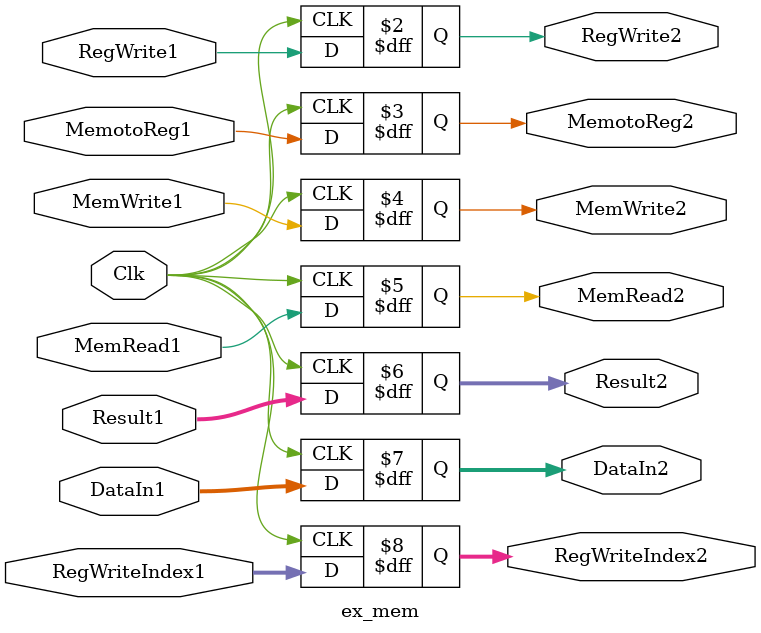
<source format=v>
module ex_mem(
	input wire Clk,

	input wire RegWrite1,
	input wire MemotoReg1,
	input wire MemWrite1,
	input wire MemRead1,
	input wire[15:0] Result1,
	input wire[15:0] DataIn1,
	input wire[3:0] RegWriteIndex1,

	output reg RegWrite2,
	output reg MemotoReg2,
	output reg MemWrite2,
	output reg MemRead2,
	output reg[15:0] Result2,
	output reg[15:0] DataIn2,
	output reg[3:0] RegWriteIndex2
	);

	always @(posedge Clk) begin
		RegWrite2 <= RegWrite1;
		MemotoReg2 <= MemotoReg1;
		MemWrite2 <= MemWrite1;
		MemRead2 <= MemRead1;
		Result2 <= Result1;
		DataIn2 <= DataIn1;
		RegWriteIndex2 <= RegWriteIndex1;
	end

endmodule

</source>
